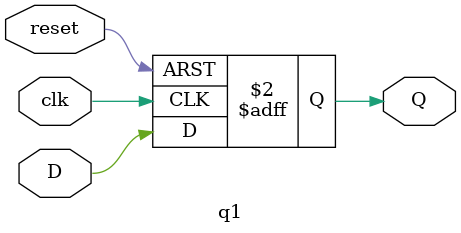
<source format=v>
module q1 (D, clk, reset, Q);
	input D, clk, reset;
	output Q;
	reg Q;
	always @(posedge clk or negedge reset)
	if (reset)
	Q <= D;
	else
	Q <= 0;
endmodule
</source>
